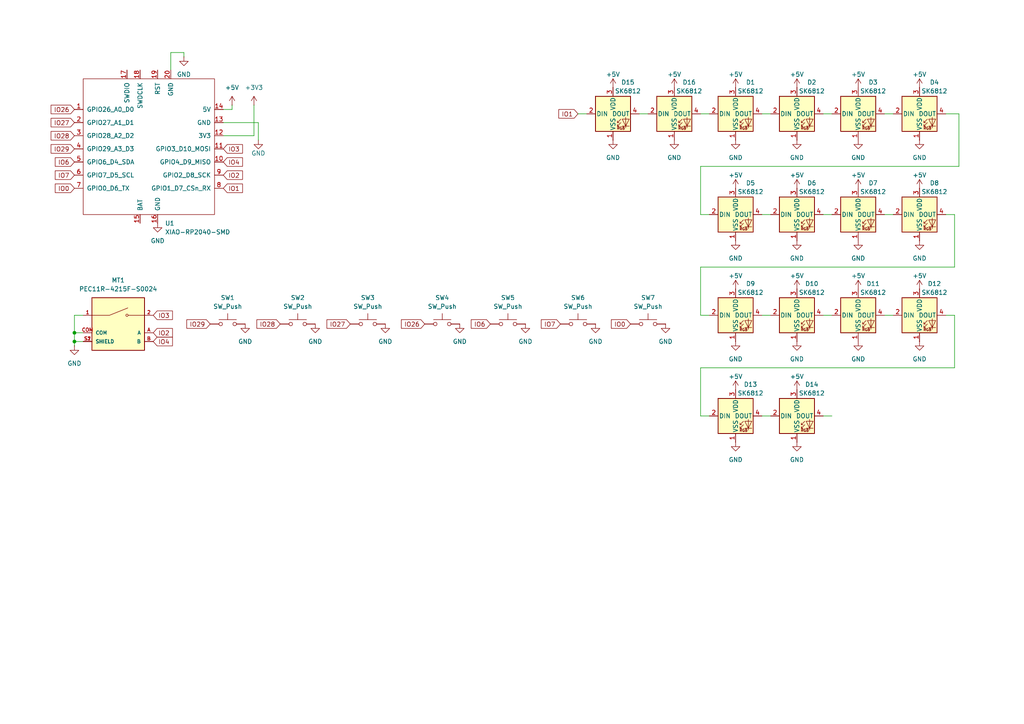
<source format=kicad_sch>
(kicad_sch (version 20250114) (generator "eeschema") (generator_version "9.0")
  (paper "A4")
  (lib_symbols
    (symbol "LED:SK6812" (pin_names (offset 0.254))
      (property "Reference" "D" (at 5.08 5.715 0))
      (property "Value" "SK6812" (at 1.27 -5.715 0))
      (symbol "SK6812_0_0"
        (text "RGB" (at 2.286 -4.191 0) (effects (font (size 0.762 0.762))))
      )
      (symbol "SK6812_0_1"
        (polyline (pts (xy 1.27 -2.54) (xy 1.778 -2.54)))
        (polyline (pts (xy 1.27 -3.556) (xy 1.778 -3.556)))
        (polyline (pts (xy 2.286 -1.524) (xy 1.27 -2.54) (xy 1.27 -2.032)))
        (polyline (pts (xy 2.286 -2.54) (xy 1.27 -3.556) (xy 1.27 -3.048)))
        (polyline (pts (xy 3.683 -1.016) (xy 3.683 -3.556) (xy 3.683 -4.064)))
        (polyline (pts (xy 4.699 -1.524) (xy 2.667 -1.524) (xy 3.683 -3.556) (xy 4.699 -1.524)))
        (polyline (pts (xy 4.699 -3.556) (xy 2.667 -3.556)))
        (rectangle (start 5.08 5.08) (end -5.08 -5.08) (stroke (width 0.254)) (fill (type background)))
      )
      (symbol "SK6812_1_1"
        (pin input line (at -7.62 0 0) (length 2.54) (name "DIN") (number "2"))
        (pin power_in line (at 0 7.62 270) (length 2.54) (name "VDD") (number "3"))
        (pin power_in line (at 0 -7.62 90) (length 2.54) (name "VSS") (number "1"))
        (pin output line (at 7.62 0 180) (length 2.54) (name "DOUT") (number "4"))
      )
    )
    (symbol "Snapeda:PEC11R-4215F-S0024" (pin_names (offset 1.016))
      (property "Reference" "MT" (at -7.62 8.89 0))
      (property "Value" "PEC11R-4215F-S0024" (at -7.62 -8.89 0))
      (symbol "PEC11R-4215F-S0024_0_0"
        (rectangle (start -7.62 -7.62) (end 7.62 7.62) (stroke (width 0.254)) (fill (type background)))
        (polyline (pts (xy -2.54 2.54) (xy -7.62 2.54)) (stroke (width 0.1524)))
        (polyline (pts (xy -2.54 2.54) (xy 2.794 4.6736)) (stroke (width 0.1524)))
        (circle (center 2.54 2.54) (radius 0.3302) (stroke (width 0.1524)))
        (polyline (pts (xy 7.62 2.54) (xy 2.921 2.54)) (stroke (width 0.1524)))
        (pin passive line (at -10.16 2.54 0) (length 2.54) (name "~") (number "1"))
        (pin passive line (at -10.16 -2.54 0) (length 2.54) (name "COM") (number "COM"))
        (pin passive line (at -10.16 -5.08 0) (length 2.54) (name "SHIELD") (number "S1"))
        (pin passive line (at -10.16 -5.08 0) (length 2.54) (name "SHIELD") (number "S2"))
        (pin passive line (at 10.16 2.54 180) (length 2.54) (name "~") (number "2"))
        (pin passive line (at 10.16 -2.54 180) (length 2.54) (name "A") (number "A"))
        (pin passive line (at 10.16 -5.08 180) (length 2.54) (name "B") (number "B"))
      )
    )
    (symbol "Switch:SW_Push" (pin_numbers (hide yes)) (pin_names (offset 1.016) (hide yes))
      (property "Reference" "SW" (at 1.27 2.54 0))
      (property "Value" "SW_Push" (at 0 -1.524 0))
      (symbol "SW_Push_0_1"
        (circle (center -2.032 0) (radius 0.508))
        (polyline (pts (xy 0 1.27) (xy 0 3.048)))
        (circle (center 2.032 0) (radius 0.508))
        (polyline (pts (xy 2.54 1.27) (xy -2.54 1.27)))
        (pin passive line (at -5.08 0 0) (length 2.54) (name "1") (number "1"))
        (pin passive line (at 5.08 0 180) (length 2.54) (name "2") (number "2"))
      )
    )
    (symbol "power:+3V3" (power) (pin_numbers (hide yes)) (pin_names (offset 0) (hide yes))
      (property "Value" "+3V3" (at 0 3.556 0))
      (symbol "+3V3_0_1"
        (polyline (pts (xy -0.762 1.27) (xy 0 2.54)))
        (polyline (pts (xy 0 2.54) (xy 0.762 1.27)))
        (polyline (pts (xy 0 0) (xy 0 2.54)))
      )
      (symbol "+3V3_1_1"
        (pin power_in line (at 0 0 90) (length 0) (name "~") (number "1"))
      )
    )
    (symbol "power:+5V" (power) (pin_numbers (hide yes)) (pin_names (offset 0) (hide yes))
      (property "Value" "+5V" (at 0 3.556 0))
      (symbol "+5V_0_1"
        (polyline (pts (xy -0.762 1.27) (xy 0 2.54)))
        (polyline (pts (xy 0 2.54) (xy 0.762 1.27)))
        (polyline (pts (xy 0 0) (xy 0 2.54)))
      )
      (symbol "+5V_1_1"
        (pin power_in line (at 0 0 90) (length 0) (name "~") (number "1"))
      )
    )
    (symbol "power:GND" (power) (pin_numbers (hide yes)) (pin_names (offset 0) (hide yes))
      (property "Value" "GND" (at 0 -3.81 0))
      (symbol "GND_0_1"
        (polyline (pts (xy 0 0) (xy 0 -1.27) (xy 1.27 -1.27) (xy 0 -2.54) (xy -1.27 -1.27) (xy 0 -1.27)))
      )
      (symbol "GND_1_1"
        (pin power_in line (at 0 0 270) (length 0) (name "~") (number "1"))
      )
    )
    (symbol "seeed:XIAO-RP2040-SMD" (pin_names (offset 1.016))
      (property "Reference" "U" (at -18.542 23.114 0))
      (property "Value" "XIAO-RP2040-SMD" (at -8.382 21.336 0))
      (symbol "XIAO-RP2040-SMD_0_1"
        (rectangle (start 19.05 -19.05) (end -19.05 20.32))
      )
      (symbol "XIAO-RP2040-SMD_1_1"
        (pin passive line (at -21.59 11.43 0) (length 2.54) (name "GPIO26_A0_D0") (number "1"))
        (pin passive line (at -21.59 7.62 0) (length 2.54) (name "GPIO27_A1_D1") (number "2"))
        (pin passive line (at -21.59 3.81 0) (length 2.54) (name "GPIO28_A2_D2") (number "3"))
        (pin passive line (at -21.59 0 0) (length 2.54) (name "GPIO29_A3_D3") (number "4"))
        (pin passive line (at -21.59 -3.81 0) (length 2.54) (name "GPIO6_D4_SDA") (number "5"))
        (pin passive line (at -21.59 -7.62 0) (length 2.54) (name "GPIO7_D5_SCL") (number "6"))
        (pin passive line (at -21.59 -11.43 0) (length 2.54) (name "GPIO0_D6_TX") (number "7"))
        (pin passive line (at -6.35 22.86 270) (length 2.54) (name "SWDIO") (number "17"))
        (pin passive line (at -2.54 22.86 270) (length 2.54) (name "SWDCLK") (number "18"))
        (pin passive line (at -2.54 -21.59 90) (length 2.54) (name "BAT") (number "15"))
        (pin passive line (at 2.54 22.86 270) (length 2.54) (name "RST") (number "19"))
        (pin passive line (at 2.54 -21.59 90) (length 2.54) (name "GND") (number "16"))
        (pin passive line (at 6.35 22.86 270) (length 2.54) (name "GND") (number "20"))
        (pin passive line (at 21.59 11.43 180) (length 2.54) (name "5V") (number "14"))
        (pin passive line (at 21.59 7.62 180) (length 2.54) (name "GND") (number "13"))
        (pin passive line (at 21.59 3.81 180) (length 2.54) (name "3V3") (number "12"))
        (pin passive line (at 21.59 0 180) (length 2.54) (name "GPIO3_D10_MOSI") (number "11"))
        (pin passive line (at 21.59 -3.81 180) (length 2.54) (name "GPIO4_D9_MISO") (number "10"))
        (pin passive line (at 21.59 -7.62 180) (length 2.54) (name "GPIO2_D8_SCK") (number "9"))
        (pin passive line (at 21.59 -11.43 180) (length 2.54) (name "GPIO1_D7_CSn_RX") (number "8"))
      )
    )
  )
  (junction (at 21.59 96.52))
  (junction (at 21.59 99.06))
  (wire (pts (xy 259.08 33.02) (xy 256.54 33.02)))
  (wire (pts (xy 259.08 62.23) (xy 256.54 62.23)))
  (wire (pts (xy 49.53 15.24) (xy 53.34 15.24)))
  (wire (pts (xy 241.3 62.23) (xy 238.76 62.23)))
  (wire (pts (xy 21.59 91.44) (xy 21.59 96.52)))
  (wire (pts (xy 74.93 35.56) (xy 64.77 35.56)))
  (wire (pts (xy 276.86 62.23) (xy 276.86 77.47)))
  (wire (pts (xy 203.2 33.02) (xy 205.74 33.02)))
  (wire (pts (xy 274.32 62.23) (xy 276.86 62.23)))
  (wire (pts (xy 205.74 91.44) (xy 203.2 91.44)))
  (wire (pts (xy 241.3 33.02) (xy 238.76 33.02)))
  (wire (pts (xy 205.74 120.65) (xy 203.2 120.65)))
  (wire (pts (xy 49.53 20.32) (xy 49.53 15.24)))
  (wire (pts (xy 278.13 48.26) (xy 203.2 48.26)))
  (wire (pts (xy 223.52 91.44) (xy 220.98 91.44)))
  (wire (pts (xy 223.52 62.23) (xy 220.98 62.23)))
  (wire (pts (xy 278.13 33.02) (xy 278.13 48.26)))
  (wire (pts (xy 64.77 31.75) (xy 67.31 31.75)))
  (wire (pts (xy 67.31 31.75) (xy 67.31 30.48)))
  (wire (pts (xy 238.76 120.65) (xy 241.3 120.65)))
  (wire (pts (xy 274.32 91.44) (xy 276.86 91.44)))
  (wire (pts (xy 64.77 39.37) (xy 73.66 39.37)))
  (wire (pts (xy 203.2 48.26) (xy 203.2 62.23)))
  (wire (pts (xy 276.86 77.47) (xy 203.2 77.47)))
  (wire (pts (xy 203.2 106.68) (xy 203.2 120.65)))
  (wire (pts (xy 274.32 33.02) (xy 278.13 33.02)))
  (wire (pts (xy 276.86 91.44) (xy 276.86 106.68)))
  (wire (pts (xy 276.86 106.68) (xy 203.2 106.68)))
  (wire (pts (xy 53.34 15.24) (xy 53.34 16.51)))
  (wire (pts (xy 167.64 33.02) (xy 170.18 33.02)))
  (wire (pts (xy 73.66 39.37) (xy 73.66 30.48)))
  (wire (pts (xy 21.59 96.52) (xy 24.13 96.52)))
  (wire (pts (xy 241.3 91.44) (xy 238.76 91.44)))
  (wire (pts (xy 203.2 77.47) (xy 203.2 91.44)))
  (wire (pts (xy 74.93 40.64) (xy 74.93 35.56)))
  (wire (pts (xy 205.74 62.23) (xy 203.2 62.23)))
  (wire (pts (xy 21.59 99.06) (xy 21.59 100.33)))
  (wire (pts (xy 187.96 33.02) (xy 185.42 33.02)))
  (wire (pts (xy 223.52 33.02) (xy 220.98 33.02)))
  (wire (pts (xy 223.52 120.65) (xy 220.98 120.65)))
  (wire (pts (xy 259.08 91.44) (xy 256.54 91.44)))
  (wire (pts (xy 24.13 91.44) (xy 21.59 91.44)))
  (wire (pts (xy 21.59 96.52) (xy 21.59 99.06)))
  (wire (pts (xy 24.13 99.06) (xy 21.59 99.06)))
  (global_label "IO29" (shape input) (at 60.96 93.98 180) (property "Intersheetrefs" "${INTERSHEET_REFS}" (effects (hide yes))))
  (global_label "IO0" (shape input) (at 182.88 93.98 180) (property "Intersheetrefs" "${INTERSHEET_REFS}" (effects (hide yes))))
  (global_label "IO28" (shape input) (at 81.28 93.98 180) (property "Intersheetrefs" "${INTERSHEET_REFS}" (effects (hide yes))))
  (global_label "IO4" (shape input) (at 64.77 46.99 0) (property "Intersheetrefs" "${INTERSHEET_REFS}" (effects (hide yes))))
  (global_label "IO1" (shape input) (at 64.77 54.61 0) (property "Intersheetrefs" "${INTERSHEET_REFS}" (effects (hide yes))))
  (global_label "IO2" (shape input) (at 44.45 96.52 0) (property "Intersheetrefs" "${INTERSHEET_REFS}" (effects (hide yes))))
  (global_label "IO3" (shape input) (at 64.77 43.18 0) (property "Intersheetrefs" "${INTERSHEET_REFS}" (effects (hide yes))))
  (global_label "IO26" (shape input) (at 21.59 31.75 180) (property "Intersheetrefs" "${INTERSHEET_REFS}" (effects (hide yes))))
  (global_label "IO2" (shape input) (at 64.77 50.8 0) (property "Intersheetrefs" "${INTERSHEET_REFS}" (effects (hide yes))))
  (global_label "IO28" (shape input) (at 21.59 39.37 180) (property "Intersheetrefs" "${INTERSHEET_REFS}" (effects (hide yes))))
  (global_label "IO6" (shape input) (at 142.24 93.98 180) (property "Intersheetrefs" "${INTERSHEET_REFS}" (effects (hide yes))))
  (global_label "IO7" (shape input) (at 162.56 93.98 180) (property "Intersheetrefs" "${INTERSHEET_REFS}" (effects (hide yes))))
  (global_label "IO27" (shape input) (at 21.59 35.56 180) (property "Intersheetrefs" "${INTERSHEET_REFS}" (effects (hide yes))))
  (global_label "IO29" (shape input) (at 21.59 43.18 180) (property "Intersheetrefs" "${INTERSHEET_REFS}" (effects (hide yes))))
  (global_label "IO4" (shape input) (at 44.45 99.06 0) (property "Intersheetrefs" "${INTERSHEET_REFS}" (effects (hide yes))))
  (global_label "IO26" (shape input) (at 123.19 93.98 180) (property "Intersheetrefs" "${INTERSHEET_REFS}" (effects (hide yes))))
  (global_label "IO3" (shape input) (at 44.45 91.44 0) (property "Intersheetrefs" "${INTERSHEET_REFS}" (effects (hide yes))))
  (global_label "IO1" (shape input) (at 167.64 33.02 180) (property "Intersheetrefs" "${INTERSHEET_REFS}" (effects (hide yes))))
  (global_label "IO7" (shape input) (at 21.59 50.8 180) (property "Intersheetrefs" "${INTERSHEET_REFS}" (effects (hide yes))))
  (global_label "IO27" (shape input) (at 101.6 93.98 180) (property "Intersheetrefs" "${INTERSHEET_REFS}" (effects (hide yes))))
  (global_label "IO6" (shape input) (at 21.59 46.99 180) (property "Intersheetrefs" "${INTERSHEET_REFS}" (effects (hide yes))))
  (global_label "IO0" (shape input) (at 21.59 54.61 180) (property "Intersheetrefs" "${INTERSHEET_REFS}" (effects (hide yes))))
  (symbol (lib_id "Snapeda:PEC11R-4215F-S0024") (at 34.29 93.98 0) (unit 1)
    (property "Reference" "MT1" (at 34.29 81.28 0))
    (property "Value" "PEC11R-4215F-S0024" (at 34.29 83.82 0))
    (property "Footprint" "Snapeda:PEC11R-4215F-S0024_XDCR_PEC11R-4215F-S0024" (effects (hide yes)))
    (property "MF" "Bourns" (effects (hide yes)))
    (property "MAXIMUM_PACKAGE_HEIGHT" "21.5 mm" (effects (hide yes)))
    (property "Package" "None" (effects (hide yes)))
    (property "Price" "None" (effects (hide yes)))
    (property "Check_prices" "https://www.snapeda.com/parts/PEC11R-4215F-S0024/Bourns/view-part/?ref=eda" (effects (hide yes)))
    (property "STANDARD" "Manufacturer Recommendations" (effects (hide yes)))
    (property "PARTREV" "Rev. 09/19" (effects (hide yes)))
    (property "SnapEDA_Link" "https://www.snapeda.com/parts/PEC11R-4215F-S0024/Bourns/view-part/?ref=snap" (effects (hide yes)))
    (property "MP" "PEC11R-4215F-S0024" (effects (hide yes)))
    (property "Purchase-URL" "https://www.snapeda.com/api/url_track_click_mouser/?unipart_id=428605&manufacturer=Bourns&part_name=PEC11R-4215F-S0024&search_term=pec11r" (effects (hide yes)))
    (property "Description_1" "Encoder,Rotary,24 Detents,15 mm, Shaft,Switch | Bourns PEC11R-4215F-S0024" (effects (hide yes)))
    (property "Availability" "In Stock" (effects (hide yes)))
    (property "MANUFACTURER" "J.W.Miller/Bourns" (effects (hide yes)))
  )
  (symbol (lib_id "LED:SK6812") (at 231.14 91.44 0) (unit 1)
    (property "Reference" "D10" (at 235.458 82.296 0))
    (property "Value" "SK6812" (at 235.458 84.836 0))
    (property "Footprint" "2_udu_lib:SK6812MINI-E_fixed" (effects (hide yes)))
    (property "Datasheet" "https://cdn-shop.adafruit.com/product-files/1138/SK6812+LED+datasheet+.pdf" (effects (hide yes)))
    (property "Description" "RGB LED with integrated controller" (effects (hide yes)))
  )
  (symbol (lib_id "Switch:SW_Push") (at 86.36 93.98 0) (unit 1)
    (property "Reference" "SW2" (at 86.36 86.36 0))
    (property "Value" "SW_Push" (at 86.36 88.9 0))
    (property "Footprint" "mxfoot:MX-Hotswap-1U" (effects (hide yes)))
    (property "Description" "Push button switch, generic, two pins" (effects (hide yes)))
  )
  (symbol (lib_id "Switch:SW_Push") (at 147.32 93.98 0) (unit 1)
    (property "Reference" "SW5" (at 147.32 86.36 0))
    (property "Value" "SW_Push" (at 147.32 88.9 0))
    (property "Footprint" "mxfoot:MX-Hotswap-1U" (effects (hide yes)))
    (property "Description" "Push button switch, generic, two pins" (effects (hide yes)))
  )
  (symbol (lib_id "Switch:SW_Push") (at 106.68 93.98 0) (unit 1)
    (property "Reference" "SW3" (at 106.68 86.36 0))
    (property "Value" "SW_Push" (at 106.68 88.9 0))
    (property "Footprint" "mxfoot:MX-Hotswap-1U" (effects (hide yes)))
    (property "Description" "Push button switch, generic, two pins" (effects (hide yes)))
  )
  (symbol (lib_id "power:GND") (at 193.04 93.98 0) (unit 1)
    (property "Reference" "#PWR045" (effects (hide yes)))
    (property "Value" "GND" (at 193.04 99.06 0))
    (property "Description" "Power symbol creates a global label with name \"GND\" , ground" (effects (hide yes)))
  )
  (symbol (lib_id "power:GND") (at 213.36 40.64 0) (unit 1)
    (property "Reference" "#PWR011" (effects (hide yes)))
    (property "Value" "GND" (at 213.36 45.72 0))
    (property "Description" "Power symbol creates a global label with name \"GND\" , ground" (effects (hide yes)))
  )
  (symbol (lib_id "power:+5V") (at 195.58 25.4 0) (unit 1)
    (property "Reference" "#PWR041" (effects (hide yes)))
    (property "Value" "+5V" (at 195.58 21.59 0))
    (property "Description" "Power symbol creates a global label with name \"+5V\"" (effects (hide yes)))
  )
  (symbol (lib_id "power:GND") (at 231.14 69.85 0) (unit 1)
    (property "Reference" "#PWR022" (effects (hide yes)))
    (property "Value" "GND" (at 231.14 74.93 0))
    (property "Description" "Power symbol creates a global label with name \"GND\" , ground" (effects (hide yes)))
  )
  (symbol (lib_id "power:GND") (at 213.36 69.85 0) (unit 1)
    (property "Reference" "#PWR020" (effects (hide yes)))
    (property "Value" "GND" (at 213.36 74.93 0))
    (property "Description" "Power symbol creates a global label with name \"GND\" , ground" (effects (hide yes)))
  )
  (symbol (lib_id "LED:SK6812") (at 213.36 120.65 0) (unit 1)
    (property "Reference" "D13" (at 217.678 111.506 0))
    (property "Value" "SK6812" (at 217.678 114.046 0))
    (property "Footprint" "2_udu_lib:SK6812MINI-E_fixed" (effects (hide yes)))
    (property "Datasheet" "https://cdn-shop.adafruit.com/product-files/1138/SK6812+LED+datasheet+.pdf" (effects (hide yes)))
    (property "Description" "RGB LED with integrated controller" (effects (hide yes)))
  )
  (symbol (lib_id "power:GND") (at 266.7 99.06 0) (unit 1)
    (property "Reference" "#PWR034" (effects (hide yes)))
    (property "Value" "GND" (at 266.7 104.14 0))
    (property "Description" "Power symbol creates a global label with name \"GND\" , ground" (effects (hide yes)))
  )
  (symbol (lib_id "power:GND") (at 231.14 99.06 0) (unit 1)
    (property "Reference" "#PWR030" (effects (hide yes)))
    (property "Value" "GND" (at 231.14 104.14 0))
    (property "Description" "Power symbol creates a global label with name \"GND\" , ground" (effects (hide yes)))
  )
  (symbol (lib_id "Switch:SW_Push") (at 187.96 93.98 0) (unit 1)
    (property "Reference" "SW7" (at 187.96 86.36 0))
    (property "Value" "SW_Push" (at 187.96 88.9 0))
    (property "Footprint" "mxfoot:MX-Hotswap-1U" (effects (hide yes)))
    (property "Description" "Push button switch, generic, two pins" (effects (hide yes)))
  )
  (symbol (lib_id "Switch:SW_Push") (at 66.04 93.98 0) (unit 1)
    (property "Reference" "SW1" (at 66.04 86.36 0))
    (property "Value" "SW_Push" (at 66.04 88.9 0))
    (property "Footprint" "mxfoot:MX-Hotswap-1U" (effects (hide yes)))
    (property "Description" "Push button switch, generic, two pins" (effects (hide yes)))
  )
  (symbol (lib_id "power:GND") (at 195.58 40.64 0) (unit 1)
    (property "Reference" "#PWR042" (effects (hide yes)))
    (property "Value" "GND" (at 195.58 45.72 0))
    (property "Description" "Power symbol creates a global label with name \"GND\" , ground" (effects (hide yes)))
  )
  (symbol (lib_id "power:GND") (at 111.76 93.98 0) (unit 1)
    (property "Reference" "#PWR08" (effects (hide yes)))
    (property "Value" "GND" (at 111.76 99.06 0))
    (property "Description" "Power symbol creates a global label with name \"GND\" , ground" (effects (hide yes)))
  )
  (symbol (lib_id "power:+5V") (at 213.36 83.82 0) (unit 1)
    (property "Reference" "#PWR027" (effects (hide yes)))
    (property "Value" "+5V" (at 213.36 80.01 0))
    (property "Description" "Power symbol creates a global label with name \"+5V\"" (effects (hide yes)))
  )
  (symbol (lib_id "seeed:XIAO-RP2040-SMD") (at 43.18 43.18 0) (unit 1)
    (property "Reference" "U1" (at 47.8633 64.77 0) (effects (justify left)))
    (property "Value" "XIAO-RP2040-SMD" (at 47.8633 67.31 0) (effects (justify left)))
    (property "Footprint" "1_udu_lib:XIAO-RP2040-DIP" (effects (hide yes)))
  )
  (symbol (lib_id "power:GND") (at 248.92 99.06 0) (unit 1)
    (property "Reference" "#PWR032" (effects (hide yes)))
    (property "Value" "GND" (at 248.92 104.14 0))
    (property "Description" "Power symbol creates a global label with name \"GND\" , ground" (effects (hide yes)))
  )
  (symbol (lib_id "power:+5V") (at 213.36 54.61 0) (unit 1)
    (property "Reference" "#PWR019" (effects (hide yes)))
    (property "Value" "+5V" (at 213.36 50.8 0))
    (property "Description" "Power symbol creates a global label with name \"+5V\"" (effects (hide yes)))
  )
  (symbol (lib_id "power:GND") (at 213.36 128.27 0) (unit 1)
    (property "Reference" "#PWR036" (effects (hide yes)))
    (property "Value" "GND" (at 213.36 133.35 0))
    (property "Description" "Power symbol creates a global label with name \"GND\" , ground" (effects (hide yes)))
  )
  (symbol (lib_id "power:GND") (at 231.14 40.64 0) (unit 1)
    (property "Reference" "#PWR014" (effects (hide yes)))
    (property "Value" "GND" (at 231.14 45.72 0))
    (property "Description" "Power symbol creates a global label with name \"GND\" , ground" (effects (hide yes)))
  )
  (symbol (lib_id "power:+5V") (at 177.8 25.4 0) (unit 1)
    (property "Reference" "#PWR039" (effects (hide yes)))
    (property "Value" "+5V" (at 177.8 21.59 0))
    (property "Description" "Power symbol creates a global label with name \"+5V\"" (effects (hide yes)))
  )
  (symbol (lib_id "power:+5V") (at 213.36 25.4 0) (unit 1)
    (property "Reference" "#PWR012" (effects (hide yes)))
    (property "Value" "+5V" (at 213.36 21.59 0))
    (property "Description" "Power symbol creates a global label with name \"+5V\"" (effects (hide yes)))
  )
  (symbol (lib_id "power:GND") (at 133.35 93.98 0) (unit 1)
    (property "Reference" "#PWR09" (effects (hide yes)))
    (property "Value" "GND" (at 133.35 99.06 0))
    (property "Description" "Power symbol creates a global label with name \"GND\" , ground" (effects (hide yes)))
  )
  (symbol (lib_id "power:+5V") (at 231.14 113.03 0) (unit 1)
    (property "Reference" "#PWR037" (effects (hide yes)))
    (property "Value" "+5V" (at 231.14 109.22 0))
    (property "Description" "Power symbol creates a global label with name \"+5V\"" (effects (hide yes)))
  )
  (symbol (lib_id "LED:SK6812") (at 266.7 33.02 0) (unit 1)
    (property "Reference" "D4" (at 271.018 23.876 0))
    (property "Value" "SK6812" (at 271.018 26.416 0))
    (property "Footprint" "2_udu_lib:SK6812MINI-E_fixed" (effects (hide yes)))
    (property "Datasheet" "https://cdn-shop.adafruit.com/product-files/1138/SK6812+LED+datasheet+.pdf" (effects (hide yes)))
    (property "Description" "RGB LED with integrated controller" (effects (hide yes)))
  )
  (symbol (lib_id "LED:SK6812") (at 266.7 62.23 0) (unit 1)
    (property "Reference" "D8" (at 271.018 53.086 0))
    (property "Value" "SK6812" (at 271.018 55.626 0))
    (property "Footprint" "2_udu_lib:SK6812MINI-E_fixed" (effects (hide yes)))
    (property "Datasheet" "https://cdn-shop.adafruit.com/product-files/1138/SK6812+LED+datasheet+.pdf" (effects (hide yes)))
    (property "Description" "RGB LED with integrated controller" (effects (hide yes)))
  )
  (symbol (lib_id "power:+5V") (at 248.92 83.82 0) (unit 1)
    (property "Reference" "#PWR031" (effects (hide yes)))
    (property "Value" "+5V" (at 248.92 80.01 0))
    (property "Description" "Power symbol creates a global label with name \"+5V\"" (effects (hide yes)))
  )
  (symbol (lib_id "power:GND") (at 248.92 69.85 0) (unit 1)
    (property "Reference" "#PWR024" (effects (hide yes)))
    (property "Value" "GND" (at 248.92 74.93 0))
    (property "Description" "Power symbol creates a global label with name \"GND\" , ground" (effects (hide yes)))
  )
  (symbol (lib_id "power:GND") (at 45.72 64.77 0) (unit 1)
    (property "Reference" "#PWR01" (effects (hide yes)))
    (property "Value" "GND" (at 45.72 69.85 0))
    (property "Description" "Power symbol creates a global label with name \"GND\" , ground" (effects (hide yes)))
  )
  (symbol (lib_id "LED:SK6812") (at 213.36 62.23 0) (unit 1)
    (property "Reference" "D5" (at 217.678 53.086 0))
    (property "Value" "SK6812" (at 217.678 55.626 0))
    (property "Footprint" "2_udu_lib:SK6812MINI-E_fixed" (effects (hide yes)))
    (property "Datasheet" "https://cdn-shop.adafruit.com/product-files/1138/SK6812+LED+datasheet+.pdf" (effects (hide yes)))
    (property "Description" "RGB LED with integrated controller" (effects (hide yes)))
  )
  (symbol (lib_id "LED:SK6812") (at 248.92 33.02 0) (unit 1)
    (property "Reference" "D3" (at 253.238 23.876 0))
    (property "Value" "SK6812" (at 253.238 26.416 0))
    (property "Footprint" "2_udu_lib:SK6812MINI-E_fixed" (effects (hide yes)))
    (property "Datasheet" "https://cdn-shop.adafruit.com/product-files/1138/SK6812+LED+datasheet+.pdf" (effects (hide yes)))
    (property "Description" "RGB LED with integrated controller" (effects (hide yes)))
  )
  (symbol (lib_id "LED:SK6812") (at 266.7 91.44 0) (unit 1)
    (property "Reference" "D12" (at 271.018 82.296 0))
    (property "Value" "SK6812" (at 271.018 84.836 0))
    (property "Footprint" "2_udu_lib:SK6812MINI-E_fixed" (effects (hide yes)))
    (property "Datasheet" "https://cdn-shop.adafruit.com/product-files/1138/SK6812+LED+datasheet+.pdf" (effects (hide yes)))
    (property "Description" "RGB LED with integrated controller" (effects (hide yes)))
  )
  (symbol (lib_id "power:+5V") (at 213.36 113.03 0) (unit 1)
    (property "Reference" "#PWR035" (effects (hide yes)))
    (property "Value" "+5V" (at 213.36 109.22 0))
    (property "Description" "Power symbol creates a global label with name \"+5V\"" (effects (hide yes)))
  )
  (symbol (lib_id "Switch:SW_Push") (at 128.27 93.98 0) (unit 1)
    (property "Reference" "SW4" (at 128.27 86.36 0))
    (property "Value" "SW_Push" (at 128.27 88.9 0))
    (property "Footprint" "mxfoot:MX-Hotswap-1U" (effects (hide yes)))
    (property "Description" "Push button switch, generic, two pins" (effects (hide yes)))
  )
  (symbol (lib_id "power:+5V") (at 266.7 54.61 0) (unit 1)
    (property "Reference" "#PWR025" (effects (hide yes)))
    (property "Value" "+5V" (at 266.7 50.8 0))
    (property "Description" "Power symbol creates a global label with name \"+5V\"" (effects (hide yes)))
  )
  (symbol (lib_id "LED:SK6812") (at 231.14 62.23 0) (unit 1)
    (property "Reference" "D6" (at 235.458 53.086 0))
    (property "Value" "SK6812" (at 235.458 55.626 0))
    (property "Footprint" "2_udu_lib:SK6812MINI-E_fixed" (effects (hide yes)))
    (property "Datasheet" "https://cdn-shop.adafruit.com/product-files/1138/SK6812+LED+datasheet+.pdf" (effects (hide yes)))
    (property "Description" "RGB LED with integrated controller" (effects (hide yes)))
  )
  (symbol (lib_id "power:+5V") (at 231.14 83.82 0) (unit 1)
    (property "Reference" "#PWR029" (effects (hide yes)))
    (property "Value" "+5V" (at 231.14 80.01 0))
    (property "Description" "Power symbol creates a global label with name \"+5V\"" (effects (hide yes)))
  )
  (symbol (lib_id "power:GND") (at 91.44 93.98 0) (unit 1)
    (property "Reference" "#PWR07" (effects (hide yes)))
    (property "Value" "GND" (at 91.44 99.06 0))
    (property "Description" "Power symbol creates a global label with name \"GND\" , ground" (effects (hide yes)))
  )
  (symbol (lib_id "power:+5V") (at 231.14 25.4 0) (unit 1)
    (property "Reference" "#PWR013" (effects (hide yes)))
    (property "Value" "+5V" (at 231.14 21.59 0))
    (property "Description" "Power symbol creates a global label with name \"+5V\"" (effects (hide yes)))
  )
  (symbol (lib_id "Switch:SW_Push") (at 167.64 93.98 0) (unit 1)
    (property "Reference" "SW6" (at 167.64 86.36 0))
    (property "Value" "SW_Push" (at 167.64 88.9 0))
    (property "Footprint" "mxfoot:MX-Hotswap-1U" (effects (hide yes)))
    (property "Description" "Push button switch, generic, two pins" (effects (hide yes)))
  )
  (symbol (lib_id "power:GND") (at 71.12 93.98 0) (unit 1)
    (property "Reference" "#PWR06" (effects (hide yes)))
    (property "Value" "GND" (at 71.12 99.06 0))
    (property "Description" "Power symbol creates a global label with name \"GND\" , ground" (effects (hide yes)))
  )
  (symbol (lib_id "power:GND") (at 266.7 40.64 0) (unit 1)
    (property "Reference" "#PWR018" (effects (hide yes)))
    (property "Value" "GND" (at 266.7 45.72 0))
    (property "Description" "Power symbol creates a global label with name \"GND\" , ground" (effects (hide yes)))
  )
  (symbol (lib_id "LED:SK6812") (at 213.36 33.02 0) (unit 1)
    (property "Reference" "D1" (at 217.678 23.876 0))
    (property "Value" "SK6812" (at 217.678 26.416 0))
    (property "Footprint" "2_udu_lib:SK6812MINI-E_fixed" (effects (hide yes)))
    (property "Datasheet" "https://cdn-shop.adafruit.com/product-files/1138/SK6812+LED+datasheet+.pdf" (effects (hide yes)))
    (property "Description" "RGB LED with integrated controller" (effects (hide yes)))
  )
  (symbol (lib_id "LED:SK6812") (at 177.8 33.02 0) (unit 1)
    (property "Reference" "D15" (at 182.118 23.876 0))
    (property "Value" "SK6812" (at 182.118 26.416 0))
    (property "Footprint" "2_udu_lib:SK6812MINI-E_fixed" (effects (hide yes)))
    (property "Datasheet" "https://cdn-shop.adafruit.com/product-files/1138/SK6812+LED+datasheet+.pdf" (effects (hide yes)))
    (property "Description" "RGB LED with integrated controller" (effects (hide yes)))
  )
  (symbol (lib_id "power:+5V") (at 67.31 30.48 0) (unit 1)
    (property "Reference" "#PWR04" (effects (hide yes)))
    (property "Value" "+5V" (at 67.31 25.4 0))
    (property "Description" "Power symbol creates a global label with name \"+5V\"" (effects (hide yes)))
  )
  (symbol (lib_id "power:GND") (at 152.4 93.98 0) (unit 1)
    (property "Reference" "#PWR043" (effects (hide yes)))
    (property "Value" "GND" (at 152.4 99.06 0))
    (property "Description" "Power symbol creates a global label with name \"GND\" , ground" (effects (hide yes)))
  )
  (symbol (lib_id "power:+3V3") (at 73.66 30.48 0) (unit 1)
    (property "Reference" "#PWR05" (effects (hide yes)))
    (property "Value" "+3V3" (at 73.66 25.4 0))
    (property "Description" "Power symbol creates a global label with name \"+3V3\"" (effects (hide yes)))
  )
  (symbol (lib_id "power:+5V") (at 266.7 83.82 0) (unit 1)
    (property "Reference" "#PWR033" (effects (hide yes)))
    (property "Value" "+5V" (at 266.7 80.01 0))
    (property "Description" "Power symbol creates a global label with name \"+5V\"" (effects (hide yes)))
  )
  (symbol (lib_id "power:GND") (at 21.59 100.33 0) (unit 1)
    (property "Reference" "#PWR010" (effects (hide yes)))
    (property "Value" "GND" (at 21.59 105.41 0))
    (property "Description" "Power symbol creates a global label with name \"GND\" , ground" (effects (hide yes)))
  )
  (symbol (lib_id "power:GND") (at 177.8 40.64 0) (unit 1)
    (property "Reference" "#PWR040" (effects (hide yes)))
    (property "Value" "GND" (at 177.8 45.72 0))
    (property "Description" "Power symbol creates a global label with name \"GND\" , ground" (effects (hide yes)))
  )
  (symbol (lib_id "power:+5V") (at 231.14 54.61 0) (unit 1)
    (property "Reference" "#PWR021" (effects (hide yes)))
    (property "Value" "+5V" (at 231.14 50.8 0))
    (property "Description" "Power symbol creates a global label with name \"+5V\"" (effects (hide yes)))
  )
  (symbol (lib_id "LED:SK6812") (at 195.58 33.02 0) (unit 1)
    (property "Reference" "D16" (at 199.898 23.876 0))
    (property "Value" "SK6812" (at 199.898 26.416 0))
    (property "Footprint" "2_udu_lib:SK6812MINI-E_fixed" (effects (hide yes)))
    (property "Datasheet" "https://cdn-shop.adafruit.com/product-files/1138/SK6812+LED+datasheet+.pdf" (effects (hide yes)))
    (property "Description" "RGB LED with integrated controller" (effects (hide yes)))
  )
  (symbol (lib_id "LED:SK6812") (at 231.14 120.65 0) (unit 1)
    (property "Reference" "D14" (at 235.458 111.506 0))
    (property "Value" "SK6812" (at 235.458 114.046 0))
    (property "Footprint" "2_udu_lib:SK6812MINI-E_fixed" (effects (hide yes)))
    (property "Datasheet" "https://cdn-shop.adafruit.com/product-files/1138/SK6812+LED+datasheet+.pdf" (effects (hide yes)))
    (property "Description" "RGB LED with integrated controller" (effects (hide yes)))
  )
  (symbol (lib_id "power:+5V") (at 248.92 25.4 0) (unit 1)
    (property "Reference" "#PWR015" (effects (hide yes)))
    (property "Value" "+5V" (at 248.92 21.59 0))
    (property "Description" "Power symbol creates a global label with name \"+5V\"" (effects (hide yes)))
  )
  (symbol (lib_id "power:GND") (at 53.34 16.51 0) (unit 1)
    (property "Reference" "#PWR02" (effects (hide yes)))
    (property "Value" "GND" (at 53.34 21.59 0))
    (property "Description" "Power symbol creates a global label with name \"GND\" , ground" (effects (hide yes)))
  )
  (symbol (lib_id "LED:SK6812") (at 213.36 91.44 0) (unit 1)
    (property "Reference" "D9" (at 217.678 82.296 0))
    (property "Value" "SK6812" (at 217.678 84.836 0))
    (property "Footprint" "2_udu_lib:SK6812MINI-E_fixed" (effects (hide yes)))
    (property "Datasheet" "https://cdn-shop.adafruit.com/product-files/1138/SK6812+LED+datasheet+.pdf" (effects (hide yes)))
    (property "Description" "RGB LED with integrated controller" (effects (hide yes)))
  )
  (symbol (lib_id "power:GND") (at 213.36 99.06 0) (unit 1)
    (property "Reference" "#PWR028" (effects (hide yes)))
    (property "Value" "GND" (at 213.36 104.14 0))
    (property "Description" "Power symbol creates a global label with name \"GND\" , ground" (effects (hide yes)))
  )
  (symbol (lib_id "LED:SK6812") (at 248.92 62.23 0) (unit 1)
    (property "Reference" "D7" (at 253.238 53.086 0))
    (property "Value" "SK6812" (at 253.238 55.626 0))
    (property "Footprint" "2_udu_lib:SK6812MINI-E_fixed" (effects (hide yes)))
    (property "Datasheet" "https://cdn-shop.adafruit.com/product-files/1138/SK6812+LED+datasheet+.pdf" (effects (hide yes)))
    (property "Description" "RGB LED with integrated controller" (effects (hide yes)))
  )
  (symbol (lib_id "power:GND") (at 74.93 40.64 0) (unit 1)
    (property "Reference" "#PWR03" (effects (hide yes)))
    (property "Value" "GND" (at 74.93 44.45 0))
    (property "Description" "Power symbol creates a global label with name \"GND\" , ground" (effects (hide yes)))
  )
  (symbol (lib_id "power:+5V") (at 248.92 54.61 0) (unit 1)
    (property "Reference" "#PWR023" (effects (hide yes)))
    (property "Value" "+5V" (at 248.92 50.8 0))
    (property "Description" "Power symbol creates a global label with name \"+5V\"" (effects (hide yes)))
  )
  (symbol (lib_id "LED:SK6812") (at 231.14 33.02 0) (unit 1)
    (property "Reference" "D2" (at 235.458 23.876 0))
    (property "Value" "SK6812" (at 235.458 26.416 0))
    (property "Footprint" "2_udu_lib:SK6812MINI-E_fixed" (effects (hide yes)))
    (property "Datasheet" "https://cdn-shop.adafruit.com/product-files/1138/SK6812+LED+datasheet+.pdf" (effects (hide yes)))
    (property "Description" "RGB LED with integrated controller" (effects (hide yes)))
  )
  (symbol (lib_id "power:GND") (at 172.72 93.98 0) (unit 1)
    (property "Reference" "#PWR044" (effects (hide yes)))
    (property "Value" "GND" (at 172.72 99.06 0))
    (property "Description" "Power symbol creates a global label with name \"GND\" , ground" (effects (hide yes)))
  )
  (symbol (lib_id "power:GND") (at 231.14 128.27 0) (unit 1)
    (property "Reference" "#PWR038" (effects (hide yes)))
    (property "Value" "GND" (at 231.14 133.35 0))
    (property "Description" "Power symbol creates a global label with name \"GND\" , ground" (effects (hide yes)))
  )
  (symbol (lib_id "LED:SK6812") (at 248.92 91.44 0) (unit 1)
    (property "Reference" "D11" (at 253.238 82.296 0))
    (property "Value" "SK6812" (at 253.238 84.836 0))
    (property "Footprint" "2_udu_lib:SK6812MINI-E_fixed" (effects (hide yes)))
    (property "Datasheet" "https://cdn-shop.adafruit.com/product-files/1138/SK6812+LED+datasheet+.pdf" (effects (hide yes)))
    (property "Description" "RGB LED with integrated controller" (effects (hide yes)))
  )
  (symbol (lib_id "power:+5V") (at 266.7 25.4 0) (unit 1)
    (property "Reference" "#PWR017" (effects (hide yes)))
    (property "Value" "+5V" (at 266.7 21.59 0))
    (property "Description" "Power symbol creates a global label with name \"+5V\"" (effects (hide yes)))
  )
  (symbol (lib_id "power:GND") (at 266.7 69.85 0) (unit 1)
    (property "Reference" "#PWR026" (effects (hide yes)))
    (property "Value" "GND" (at 266.7 74.93 0))
    (property "Description" "Power symbol creates a global label with name \"GND\" , ground" (effects (hide yes)))
  )
  (symbol (lib_id "power:GND") (at 248.92 40.64 0) (unit 1)
    (property "Reference" "#PWR016" (effects (hide yes)))
    (property "Value" "GND" (at 248.92 45.72 0))
    (property "Description" "Power symbol creates a global label with name \"GND\" , ground" (effects (hide yes)))
  )
)
</source>
